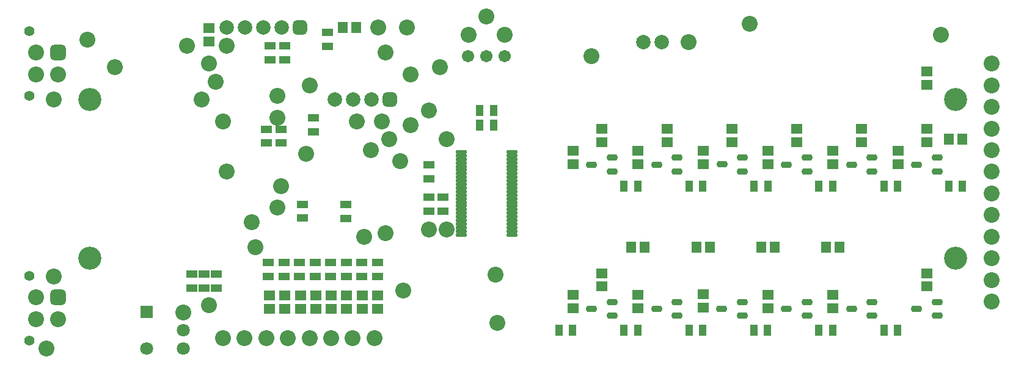
<source format=gbs>
G04*
G04 #@! TF.GenerationSoftware,Altium Limited,Altium Designer,22.11.1 (43)*
G04*
G04 Layer_Color=16711935*
%FSLAX44Y44*%
%MOMM*%
G71*
G04*
G04 #@! TF.SameCoordinates,DD534F31-E0F6-4E29-A9B1-9AC83580A68C*
G04*
G04*
G04 #@! TF.FilePolarity,Negative*
G04*
G01*
G75*
%ADD34R,1.5532X1.3532*%
%ADD35C,2.2032*%
%ADD38R,1.3532X1.5532*%
%ADD42R,1.1032X1.5032*%
%ADD43R,1.5032X1.1032*%
%ADD51C,1.8032*%
%ADD52R,1.8032X1.8032*%
%ADD53C,2.0032*%
G04:AMPARAMS|DCode=54|XSize=2.0032mm|YSize=2.0032mm|CornerRadius=0.5516mm|HoleSize=0mm|Usage=FLASHONLY|Rotation=270.000|XOffset=0mm|YOffset=0mm|HoleType=Round|Shape=RoundedRectangle|*
%AMROUNDEDRECTD54*
21,1,2.0032,0.9000,0,0,270.0*
21,1,0.9000,2.0032,0,0,270.0*
1,1,1.1032,-0.4500,-0.4500*
1,1,1.1032,-0.4500,0.4500*
1,1,1.1032,0.4500,0.4500*
1,1,1.1032,0.4500,-0.4500*
%
%ADD54ROUNDEDRECTD54*%
%ADD55C,1.4032*%
G04:AMPARAMS|DCode=56|XSize=2.2032mm|YSize=2.2032mm|CornerRadius=0.6016mm|HoleSize=0mm|Usage=FLASHONLY|Rotation=180.000|XOffset=0mm|YOffset=0mm|HoleType=Round|Shape=RoundedRectangle|*
%AMROUNDEDRECTD56*
21,1,2.2032,1.0000,0,0,180.0*
21,1,1.0000,2.2032,0,0,180.0*
1,1,1.2032,-0.5000,0.5000*
1,1,1.2032,0.5000,0.5000*
1,1,1.2032,0.5000,-0.5000*
1,1,1.2032,-0.5000,-0.5000*
%
%ADD56ROUNDEDRECTD56*%
%ADD57C,3.2032*%
%ADD58C,1.7032*%
G04:AMPARAMS|DCode=72|XSize=0.8532mm|YSize=1.4532mm|CornerRadius=0.2641mm|HoleSize=0mm|Usage=FLASHONLY|Rotation=90.000|XOffset=0mm|YOffset=0mm|HoleType=Round|Shape=RoundedRectangle|*
%AMROUNDEDRECTD72*
21,1,0.8532,0.9250,0,0,90.0*
21,1,0.3250,1.4532,0,0,90.0*
1,1,0.5282,0.4625,0.1625*
1,1,0.5282,0.4625,-0.1625*
1,1,0.5282,-0.4625,-0.1625*
1,1,0.5282,-0.4625,0.1625*
%
%ADD72ROUNDEDRECTD72*%
G04:AMPARAMS|DCode=73|XSize=0.5032mm|YSize=1.5732mm|CornerRadius=0.1766mm|HoleSize=0mm|Usage=FLASHONLY|Rotation=90.000|XOffset=0mm|YOffset=0mm|HoleType=Round|Shape=RoundedRectangle|*
%AMROUNDEDRECTD73*
21,1,0.5032,1.2200,0,0,90.0*
21,1,0.1500,1.5732,0,0,90.0*
1,1,0.3532,0.6100,0.0750*
1,1,0.3532,0.6100,-0.0750*
1,1,0.3532,-0.6100,-0.0750*
1,1,0.3532,-0.6100,0.0750*
%
%ADD73ROUNDEDRECTD73*%
D34*
X509010Y79570D02*
D03*
Y98070D02*
D03*
X487601Y79570D02*
D03*
Y98070D02*
D03*
X466193Y79570D02*
D03*
Y98070D02*
D03*
X444784Y79570D02*
D03*
Y98070D02*
D03*
X423376Y79570D02*
D03*
Y98070D02*
D03*
X401967Y79570D02*
D03*
Y98070D02*
D03*
X380559Y79570D02*
D03*
Y98070D02*
D03*
X359150D02*
D03*
Y79570D02*
D03*
X275000Y450750D02*
D03*
Y469250D02*
D03*
X780000Y299250D02*
D03*
Y280750D02*
D03*
X1140000Y99250D02*
D03*
Y80750D02*
D03*
X1230000Y280750D02*
D03*
X1140000D02*
D03*
X1050000D02*
D03*
X960000D02*
D03*
X870000D02*
D03*
X1050000Y80750D02*
D03*
X960000Y81500D02*
D03*
X870000Y80750D02*
D03*
X780000D02*
D03*
Y99250D02*
D03*
X820000Y110750D02*
D03*
Y129250D02*
D03*
X870000Y99250D02*
D03*
X1270000Y129250D02*
D03*
Y110750D02*
D03*
X1050000Y99250D02*
D03*
X960000Y100000D02*
D03*
X1270000Y329250D02*
D03*
Y310750D02*
D03*
X1230000Y299250D02*
D03*
X1180000Y329250D02*
D03*
Y310750D02*
D03*
X1140000Y299250D02*
D03*
X1090000Y329250D02*
D03*
Y310750D02*
D03*
X1050000Y299250D02*
D03*
X1000000Y329250D02*
D03*
Y310750D02*
D03*
X960000Y299250D02*
D03*
X910000Y329250D02*
D03*
Y310750D02*
D03*
X870000Y299250D02*
D03*
X820000Y310750D02*
D03*
Y329250D02*
D03*
X1270000Y390750D02*
D03*
Y409250D02*
D03*
D35*
X635000Y460000D02*
D03*
X685000D02*
D03*
X660000Y485000D02*
D03*
X1025000Y475000D02*
D03*
X480000Y340000D02*
D03*
X515000D02*
D03*
X300000Y445000D02*
D03*
X415000Y390000D02*
D03*
X370000Y375000D02*
D03*
Y345000D02*
D03*
X285000Y395000D02*
D03*
X275000Y85000D02*
D03*
X525000Y315000D02*
D03*
X605000D02*
D03*
X520000Y185000D02*
D03*
X675000Y60000D02*
D03*
X340000Y165000D02*
D03*
X107210Y452790D02*
D03*
X60000Y370000D02*
D03*
X240000Y75000D02*
D03*
X370000Y220000D02*
D03*
X145000Y415000D02*
D03*
X60000Y125000D02*
D03*
X245000Y445000D02*
D03*
X555000Y335000D02*
D03*
X265000Y370000D02*
D03*
X500000Y300000D02*
D03*
X555000Y405000D02*
D03*
X275000Y420000D02*
D03*
X940000Y450000D02*
D03*
X510000Y470000D02*
D03*
X595000Y415000D02*
D03*
X550000Y470000D02*
D03*
X335000Y200000D02*
D03*
X520000Y435000D02*
D03*
X375000Y250000D02*
D03*
X410000Y295000D02*
D03*
X545000Y105000D02*
D03*
X300000Y270000D02*
D03*
X540000Y285000D02*
D03*
X50000Y25000D02*
D03*
X490000Y180000D02*
D03*
X805000Y430000D02*
D03*
X295000Y340000D02*
D03*
X580000Y190000D02*
D03*
X605000D02*
D03*
X672500Y127371D02*
D03*
X1290000Y460000D02*
D03*
X580000Y355000D02*
D03*
X504640Y39370D02*
D03*
X474640D02*
D03*
X444640D02*
D03*
X414640D02*
D03*
X384640D02*
D03*
X354640D02*
D03*
X294640D02*
D03*
X324640D02*
D03*
X1360000Y420000D02*
D03*
Y390000D02*
D03*
Y360000D02*
D03*
Y330000D02*
D03*
Y300000D02*
D03*
Y270000D02*
D03*
Y240000D02*
D03*
Y210000D02*
D03*
Y180000D02*
D03*
Y150000D02*
D03*
Y90000D02*
D03*
Y120000D02*
D03*
X66000Y405290D02*
D03*
X36000D02*
D03*
Y435290D02*
D03*
Y95670D02*
D03*
X66000Y65670D02*
D03*
X36000D02*
D03*
D38*
X460750Y470000D02*
D03*
X479250D02*
D03*
X1040750Y165000D02*
D03*
X1059250D02*
D03*
X1130750D02*
D03*
X1149250D02*
D03*
X860750D02*
D03*
X879250D02*
D03*
X1319250Y315000D02*
D03*
X1300750D02*
D03*
X969250Y165000D02*
D03*
X950750D02*
D03*
D42*
X869500Y250000D02*
D03*
X850500D02*
D03*
X1210500Y50000D02*
D03*
X1229500D02*
D03*
X779500D02*
D03*
X760500D02*
D03*
X850500D02*
D03*
X869500D02*
D03*
X940500D02*
D03*
X959500D02*
D03*
X1030500D02*
D03*
X1049500D02*
D03*
X1120500D02*
D03*
X1139500D02*
D03*
X1300500Y250000D02*
D03*
X1319500D02*
D03*
X940500D02*
D03*
X959500D02*
D03*
X1030952Y249640D02*
D03*
X1049952D02*
D03*
X1120500Y250000D02*
D03*
X1139500D02*
D03*
X1210500D02*
D03*
X1229500D02*
D03*
X669500Y335000D02*
D03*
X650500D02*
D03*
X669500Y355000D02*
D03*
X650500D02*
D03*
D43*
X379470Y144040D02*
D03*
Y125040D02*
D03*
X465000Y205500D02*
D03*
Y224500D02*
D03*
X405000Y225000D02*
D03*
Y206000D02*
D03*
X509010Y125040D02*
D03*
Y144040D02*
D03*
X487420Y125040D02*
D03*
Y144040D02*
D03*
X465830Y125040D02*
D03*
Y144040D02*
D03*
X444240Y125040D02*
D03*
Y144040D02*
D03*
X422650Y125040D02*
D03*
Y144040D02*
D03*
X401060Y125040D02*
D03*
Y144040D02*
D03*
X357880D02*
D03*
Y125040D02*
D03*
X440000Y444000D02*
D03*
Y463000D02*
D03*
X251500Y109000D02*
D03*
Y128000D02*
D03*
X268708Y109000D02*
D03*
Y128000D02*
D03*
X285916Y109000D02*
D03*
Y128000D02*
D03*
X420000Y325500D02*
D03*
Y344500D02*
D03*
X375000Y329000D02*
D03*
Y310000D02*
D03*
X355000D02*
D03*
Y329000D02*
D03*
X380000Y444500D02*
D03*
Y425500D02*
D03*
X360000Y425500D02*
D03*
Y444500D02*
D03*
X580000Y279500D02*
D03*
Y260500D02*
D03*
X600000Y215500D02*
D03*
Y234500D02*
D03*
X580000Y215500D02*
D03*
Y234500D02*
D03*
D51*
X240000Y25000D02*
D03*
Y50400D02*
D03*
X189200Y25000D02*
D03*
D52*
Y75800D02*
D03*
D53*
X299600Y470000D02*
D03*
X325000D02*
D03*
X350400D02*
D03*
X375800D02*
D03*
X449600Y370000D02*
D03*
X475000D02*
D03*
X500400D02*
D03*
X902700Y450000D02*
D03*
X877300D02*
D03*
D54*
X401200Y470000D02*
D03*
X525800Y370000D02*
D03*
D55*
X26600Y375290D02*
D03*
Y465290D02*
D03*
Y125670D02*
D03*
Y35670D02*
D03*
D56*
X66000Y435290D02*
D03*
Y95670D02*
D03*
D57*
X1310000Y370000D02*
D03*
Y150000D02*
D03*
X110000Y370000D02*
D03*
Y150000D02*
D03*
D58*
X685400Y430000D02*
D03*
X634600D02*
D03*
X660000D02*
D03*
D72*
X924250Y89500D02*
D03*
Y70500D02*
D03*
X895750Y80000D02*
D03*
X1255750Y280000D02*
D03*
X1165750D02*
D03*
X1075750D02*
D03*
X986157Y280093D02*
D03*
X895750Y280000D02*
D03*
X805750D02*
D03*
X1255750Y80000D02*
D03*
X1165750D02*
D03*
X1075750D02*
D03*
X985750Y80000D02*
D03*
X1194250Y270500D02*
D03*
X1104250D02*
D03*
X1014657Y270593D02*
D03*
X924250Y270500D02*
D03*
X834250D02*
D03*
X1284250Y70500D02*
D03*
X1194250D02*
D03*
X1104250D02*
D03*
X1014250Y70500D02*
D03*
X834250D02*
D03*
X1284250Y270500D02*
D03*
Y289500D02*
D03*
X1194250D02*
D03*
X1104250D02*
D03*
X1014657Y289593D02*
D03*
X924250Y289500D02*
D03*
X834250D02*
D03*
X1284250Y89500D02*
D03*
X1194250D02*
D03*
X1104250D02*
D03*
X1014250Y89500D02*
D03*
X805750Y80000D02*
D03*
X834250Y89500D02*
D03*
D73*
X625000Y262500D02*
D03*
Y267500D02*
D03*
Y257500D02*
D03*
Y277500D02*
D03*
Y272500D02*
D03*
Y242500D02*
D03*
Y237500D02*
D03*
Y252500D02*
D03*
Y247500D02*
D03*
Y297500D02*
D03*
Y292500D02*
D03*
Y287500D02*
D03*
Y282500D02*
D03*
Y202500D02*
D03*
Y207500D02*
D03*
Y187500D02*
D03*
Y182500D02*
D03*
Y197500D02*
D03*
Y192500D02*
D03*
Y232500D02*
D03*
Y217500D02*
D03*
Y212500D02*
D03*
Y227500D02*
D03*
Y222500D02*
D03*
X695000Y257500D02*
D03*
Y252500D02*
D03*
Y262500D02*
D03*
Y237500D02*
D03*
Y232500D02*
D03*
Y247500D02*
D03*
Y242500D02*
D03*
Y287500D02*
D03*
Y297500D02*
D03*
Y292500D02*
D03*
Y272500D02*
D03*
Y267500D02*
D03*
Y282500D02*
D03*
Y277500D02*
D03*
Y187500D02*
D03*
Y197500D02*
D03*
Y192500D02*
D03*
Y182500D02*
D03*
Y222500D02*
D03*
Y227500D02*
D03*
Y207500D02*
D03*
Y202500D02*
D03*
Y217500D02*
D03*
Y212500D02*
D03*
M02*

</source>
